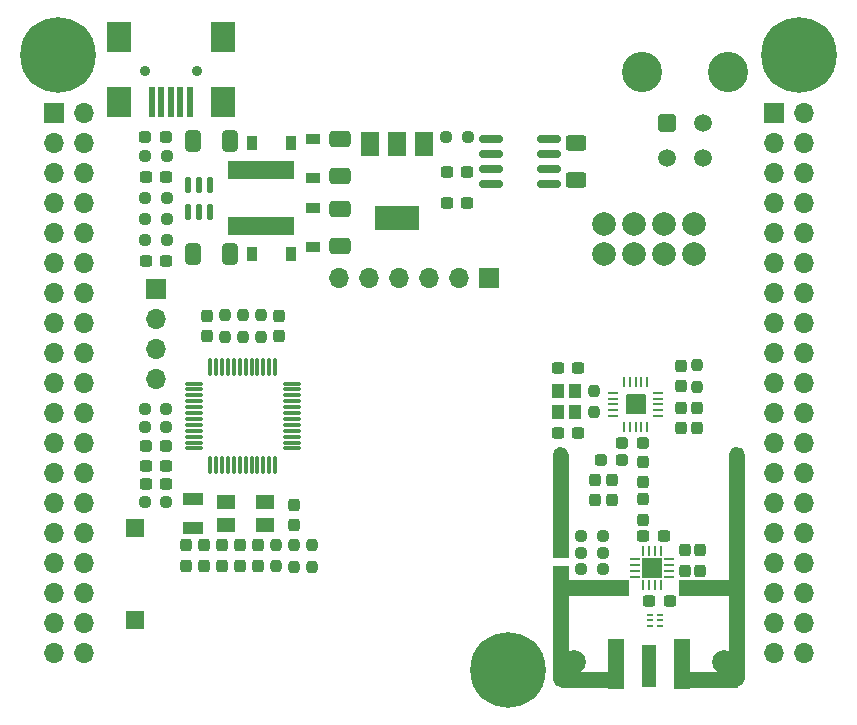
<source format=gts>
%TF.GenerationSoftware,KiCad,Pcbnew,(6.0.1)*%
%TF.CreationDate,2022-04-28T18:35:21+02:00*%
%TF.ProjectId,STM32_NRF24_Tx,53544d33-325f-44e5-9246-32345f54782e,rev?*%
%TF.SameCoordinates,Original*%
%TF.FileFunction,Soldermask,Top*%
%TF.FilePolarity,Negative*%
%FSLAX46Y46*%
G04 Gerber Fmt 4.6, Leading zero omitted, Abs format (unit mm)*
G04 Created by KiCad (PCBNEW (6.0.1)) date 2022-04-28 18:35:21*
%MOMM*%
%LPD*%
G01*
G04 APERTURE LIST*
G04 Aperture macros list*
%AMRoundRect*
0 Rectangle with rounded corners*
0 $1 Rounding radius*
0 $2 $3 $4 $5 $6 $7 $8 $9 X,Y pos of 4 corners*
0 Add a 4 corners polygon primitive as box body*
4,1,4,$2,$3,$4,$5,$6,$7,$8,$9,$2,$3,0*
0 Add four circle primitives for the rounded corners*
1,1,$1+$1,$2,$3*
1,1,$1+$1,$4,$5*
1,1,$1+$1,$6,$7*
1,1,$1+$1,$8,$9*
0 Add four rect primitives between the rounded corners*
20,1,$1+$1,$2,$3,$4,$5,0*
20,1,$1+$1,$4,$5,$6,$7,0*
20,1,$1+$1,$6,$7,$8,$9,0*
20,1,$1+$1,$8,$9,$2,$3,0*%
G04 Aperture macros list end*
%ADD10C,0.010000*%
%ADD11C,0.640000*%
%ADD12C,0.150000*%
%ADD13C,6.400000*%
%ADD14R,1.270000X3.600000*%
%ADD15R,1.350000X4.200000*%
%ADD16RoundRect,0.237500X-0.250000X-0.237500X0.250000X-0.237500X0.250000X0.237500X-0.250000X0.237500X0*%
%ADD17RoundRect,0.237500X0.300000X0.237500X-0.300000X0.237500X-0.300000X-0.237500X0.300000X-0.237500X0*%
%ADD18RoundRect,0.237500X0.237500X-0.300000X0.237500X0.300000X-0.237500X0.300000X-0.237500X-0.300000X0*%
%ADD19RoundRect,0.237500X-0.300000X-0.237500X0.300000X-0.237500X0.300000X0.237500X-0.300000X0.237500X0*%
%ADD20RoundRect,0.250000X-0.650000X0.412500X-0.650000X-0.412500X0.650000X-0.412500X0.650000X0.412500X0*%
%ADD21RoundRect,0.062500X0.162500X0.062500X-0.162500X0.062500X-0.162500X-0.062500X0.162500X-0.062500X0*%
%ADD22RoundRect,0.062500X-0.162500X-0.062500X0.162500X-0.062500X0.162500X0.062500X-0.162500X0.062500X0*%
%ADD23C,2.000000*%
%ADD24RoundRect,0.237500X0.237500X-0.287500X0.237500X0.287500X-0.237500X0.287500X-0.237500X-0.287500X0*%
%ADD25RoundRect,0.237500X0.250000X0.237500X-0.250000X0.237500X-0.250000X-0.237500X0.250000X-0.237500X0*%
%ADD26R,5.700000X1.600000*%
%ADD27RoundRect,0.237500X-0.287500X-0.237500X0.287500X-0.237500X0.287500X0.237500X-0.287500X0.237500X0*%
%ADD28RoundRect,0.250001X-0.499999X-0.499999X0.499999X-0.499999X0.499999X0.499999X-0.499999X0.499999X0*%
%ADD29C,1.500000*%
%ADD30C,3.410000*%
%ADD31R,1.500000X1.500000*%
%ADD32RoundRect,0.237500X-0.237500X0.300000X-0.237500X-0.300000X0.237500X-0.300000X0.237500X0.300000X0*%
%ADD33RoundRect,0.250000X-0.625000X0.400000X-0.625000X-0.400000X0.625000X-0.400000X0.625000X0.400000X0*%
%ADD34RoundRect,0.250000X0.412500X0.650000X-0.412500X0.650000X-0.412500X-0.650000X0.412500X-0.650000X0*%
%ADD35RoundRect,0.237500X-0.237500X0.250000X-0.237500X-0.250000X0.237500X-0.250000X0.237500X0.250000X0*%
%ADD36RoundRect,0.062500X-0.062500X0.350000X-0.062500X-0.350000X0.062500X-0.350000X0.062500X0.350000X0*%
%ADD37RoundRect,0.062500X-0.350000X0.062500X-0.350000X-0.062500X0.350000X-0.062500X0.350000X0.062500X0*%
%ADD38R,1.700000X1.700000*%
%ADD39O,1.700000X1.700000*%
%ADD40R,1.000000X1.150000*%
%ADD41R,1.200000X0.900000*%
%ADD42RoundRect,0.237500X0.237500X-0.250000X0.237500X0.250000X-0.237500X0.250000X-0.237500X-0.250000X0*%
%ADD43R,0.900000X1.200000*%
%ADD44C,0.900000*%
%ADD45R,0.500000X2.500000*%
%ADD46R,2.000000X2.500000*%
%ADD47R,1.500000X2.000000*%
%ADD48R,3.800000X2.000000*%
%ADD49RoundRect,0.075000X0.075000X-0.662500X0.075000X0.662500X-0.075000X0.662500X-0.075000X-0.662500X0*%
%ADD50RoundRect,0.075000X0.662500X-0.075000X0.662500X0.075000X-0.662500X0.075000X-0.662500X-0.075000X0*%
%ADD51RoundRect,0.150000X-0.825000X-0.150000X0.825000X-0.150000X0.825000X0.150000X-0.825000X0.150000X0*%
%ADD52R,1.800000X1.000000*%
%ADD53R,1.600000X1.300000*%
%ADD54RoundRect,0.125000X-0.125000X0.587500X-0.125000X-0.587500X0.125000X-0.587500X0.125000X0.587500X0*%
G04 APERTURE END LIST*
D10*
X150890000Y-96456500D02*
X152160000Y-96456500D01*
X152160000Y-96456500D02*
X152160000Y-87795100D01*
X152160000Y-87795100D02*
X150890000Y-87795100D01*
X150890000Y-87795100D02*
X150890000Y-96456500D01*
G36*
X150890000Y-96456500D02*
G01*
X152160000Y-96456500D01*
X152160000Y-87795100D01*
X150890000Y-87795100D01*
X150890000Y-96456500D01*
G37*
D11*
X166754800Y-87782400D02*
G75*
G03*
X166754800Y-87782400I-320000J0D01*
G01*
D10*
X155512800Y-107467400D02*
X151525000Y-107467400D01*
X151525000Y-107467400D02*
X151525000Y-106197400D01*
X151525000Y-106197400D02*
X155512800Y-106197400D01*
X155512800Y-106197400D02*
X155512800Y-107467400D01*
G36*
X155512800Y-107467400D02*
G01*
X151525000Y-107467400D01*
X151525000Y-106197400D01*
X155512800Y-106197400D01*
X155512800Y-107467400D01*
G37*
X157240000Y-99720400D02*
X152160000Y-99720400D01*
X152160000Y-99720400D02*
X152160000Y-98450400D01*
X152160000Y-98450400D02*
X157240000Y-98450400D01*
X157240000Y-98450400D02*
X157240000Y-99720400D01*
G36*
X157240000Y-99720400D02*
G01*
X152160000Y-99720400D01*
X152160000Y-98450400D01*
X157240000Y-98450400D01*
X157240000Y-99720400D01*
G37*
D12*
X157113000Y-82804000D02*
X158637000Y-82804000D01*
X158637000Y-82804000D02*
X158637000Y-84328000D01*
X158637000Y-84328000D02*
X157113000Y-84328000D01*
X157113000Y-84328000D02*
X157113000Y-82804000D01*
G36*
X157113000Y-82804000D02*
G01*
X158637000Y-82804000D01*
X158637000Y-84328000D01*
X157113000Y-84328000D01*
X157113000Y-82804000D01*
G37*
D10*
X150890000Y-106832400D02*
X152160000Y-106832400D01*
X152160000Y-106832400D02*
X152160000Y-97282000D01*
X152160000Y-97282000D02*
X150890000Y-97282000D01*
X150890000Y-97282000D02*
X150890000Y-106832400D01*
G36*
X150890000Y-106832400D02*
G01*
X152160000Y-106832400D01*
X152160000Y-97282000D01*
X150890000Y-97282000D01*
X150890000Y-106832400D01*
G37*
D11*
X151845000Y-106832400D02*
G75*
G03*
X151845000Y-106832400I-320000J0D01*
G01*
D10*
X165799800Y-106832400D02*
X167069800Y-106832400D01*
X167069800Y-106832400D02*
X167069800Y-87782400D01*
X167069800Y-87782400D02*
X165799800Y-87782400D01*
X165799800Y-87782400D02*
X165799800Y-106832400D01*
G36*
X165799800Y-106832400D02*
G01*
X167069800Y-106832400D01*
X167069800Y-87782400D01*
X165799800Y-87782400D01*
X165799800Y-106832400D01*
G37*
X166434800Y-107467400D02*
X162472400Y-107467400D01*
X162472400Y-107467400D02*
X162472400Y-106197400D01*
X162472400Y-106197400D02*
X166434800Y-106197400D01*
X166434800Y-106197400D02*
X166434800Y-107467400D01*
G36*
X166434800Y-107467400D02*
G01*
X162472400Y-107467400D01*
X162472400Y-106197400D01*
X166434800Y-106197400D01*
X166434800Y-107467400D01*
G37*
D11*
X151845000Y-87807800D02*
G75*
G03*
X151845000Y-87807800I-320000J0D01*
G01*
D10*
X165799800Y-99720400D02*
X161507200Y-99720400D01*
X161507200Y-99720400D02*
X161507200Y-98450400D01*
X161507200Y-98450400D02*
X165799800Y-98450400D01*
X165799800Y-98450400D02*
X165799800Y-99720400D01*
G36*
X165799800Y-99720400D02*
G01*
X161507200Y-99720400D01*
X161507200Y-98450400D01*
X165799800Y-98450400D01*
X165799800Y-99720400D01*
G37*
D11*
X166754800Y-106832400D02*
G75*
G03*
X166754800Y-106832400I-320000J0D01*
G01*
D13*
%TO.C,H3*%
X171718000Y-53975000D03*
%TD*%
%TO.C,H2*%
X147080000Y-106045000D03*
%TD*%
%TO.C,H1*%
X108980000Y-53975000D03*
%TD*%
D14*
%TO.C,J7*%
X159004000Y-105737000D03*
D15*
X161829000Y-105537000D03*
X156179000Y-105537000D03*
%TD*%
D16*
%TO.C,R14*%
X116299000Y-83947000D03*
X118124000Y-83947000D03*
%TD*%
D17*
%TO.C,C23*%
X153022500Y-85979000D03*
X151297500Y-85979000D03*
%TD*%
D18*
%TO.C,C17*%
X124347000Y-97232000D03*
X124347000Y-95507000D03*
%TD*%
D19*
%TO.C,C5*%
X141899500Y-66548000D03*
X143624500Y-66548000D03*
%TD*%
D20*
%TO.C,C8*%
X132856000Y-67017500D03*
X132856000Y-70142500D03*
%TD*%
D21*
%TO.C,FL1*%
X159102000Y-101354000D03*
D22*
X159102000Y-101854000D03*
X159102000Y-102354000D03*
X159922000Y-102354000D03*
X159922000Y-101854000D03*
X159922000Y-101354000D03*
%TD*%
D23*
%TO.C,U1*%
X162814000Y-68326000D03*
X152654000Y-105410000D03*
X165354000Y-105410000D03*
X162814000Y-70866000D03*
X160274000Y-68326000D03*
X160274000Y-70866000D03*
X157734000Y-68326000D03*
X157734000Y-70866000D03*
X155194000Y-68326000D03*
X155194000Y-70866000D03*
%TD*%
D24*
%TO.C,L4*%
X158496000Y-90156000D03*
X158496000Y-88406000D03*
%TD*%
D25*
%TO.C,R3*%
X118148500Y-69659500D03*
X116323500Y-69659500D03*
%TD*%
D17*
%TO.C,C30*%
X160755500Y-100203000D03*
X159030500Y-100203000D03*
%TD*%
D25*
%TO.C,R19*%
X155090500Y-94742000D03*
X153265500Y-94742000D03*
%TD*%
D26*
%TO.C,L1*%
X126126000Y-68453500D03*
X126126000Y-63753500D03*
%TD*%
D19*
%TO.C,C22*%
X151297500Y-80518000D03*
X153022500Y-80518000D03*
%TD*%
D18*
%TO.C,C19*%
X121299000Y-97232000D03*
X121299000Y-95507000D03*
%TD*%
%TO.C,C25*%
X154446000Y-91667500D03*
X154446000Y-89942500D03*
%TD*%
D25*
%TO.C,R13*%
X118124000Y-85471000D03*
X116299000Y-85471000D03*
%TD*%
%TO.C,R6*%
X118148500Y-62547500D03*
X116323500Y-62547500D03*
%TD*%
D27*
%TO.C,L3*%
X154954000Y-88265000D03*
X156704000Y-88265000D03*
%TD*%
D28*
%TO.C,J4*%
X160552000Y-59735000D03*
D29*
X163552000Y-59735000D03*
X160552000Y-62735000D03*
X163552000Y-62735000D03*
D30*
X165702000Y-55415000D03*
X158402000Y-55415000D03*
%TD*%
D19*
%TO.C,C10*%
X116373500Y-71437500D03*
X118098500Y-71437500D03*
%TD*%
D31*
%TO.C,SW1*%
X115482400Y-94017000D03*
X115482400Y-101817000D03*
%TD*%
D18*
%TO.C,C29*%
X162052000Y-97636500D03*
X162052000Y-95911500D03*
%TD*%
%TO.C,C3*%
X161671001Y-85598000D03*
X161671001Y-83873000D03*
%TD*%
D32*
%TO.C,C18*%
X122823000Y-95507000D03*
X122823000Y-97232000D03*
%TD*%
D27*
%TO.C,L2*%
X156732000Y-86868000D03*
X158482000Y-86868000D03*
%TD*%
D33*
%TO.C,R2*%
X152820400Y-61467400D03*
X152820400Y-64567400D03*
%TD*%
D18*
%TO.C,C24*%
X155843000Y-91667500D03*
X155843000Y-89942500D03*
%TD*%
D34*
%TO.C,C12*%
X123497500Y-61277500D03*
X120372500Y-61277500D03*
%TD*%
D25*
%TO.C,R20*%
X155090500Y-97536000D03*
X153265500Y-97536000D03*
%TD*%
%TO.C,R5*%
X118148500Y-67881500D03*
X116323500Y-67881500D03*
%TD*%
D32*
%TO.C,C20*%
X119775000Y-95507000D03*
X119775000Y-97232000D03*
%TD*%
D18*
%TO.C,C4*%
X163068000Y-85598000D03*
X163068000Y-83873000D03*
%TD*%
D35*
%TO.C,R11*%
X130443000Y-95480500D03*
X130443000Y-97305500D03*
%TD*%
D36*
%TO.C,U7*%
X158861000Y-81628500D03*
X158361000Y-81628500D03*
X157861000Y-81628500D03*
X157361000Y-81628500D03*
X156861000Y-81628500D03*
D37*
X155923500Y-82566000D03*
X155923500Y-83066000D03*
X155923500Y-83566000D03*
X155923500Y-84066000D03*
X155923500Y-84566000D03*
D36*
X156861000Y-85503500D03*
X157361000Y-85503500D03*
X157861000Y-85503500D03*
X158361000Y-85503500D03*
X158861000Y-85503500D03*
D37*
X159798500Y-84566000D03*
X159798500Y-84066000D03*
X159798500Y-83566000D03*
X159798500Y-83066000D03*
X159798500Y-82566000D03*
%TD*%
D38*
%TO.C,J1*%
X145429000Y-72898000D03*
D39*
X142889000Y-72898000D03*
X140349000Y-72898000D03*
X137809000Y-72898000D03*
X135269000Y-72898000D03*
X132729000Y-72898000D03*
%TD*%
D18*
%TO.C,C31*%
X163322000Y-97636500D03*
X163322000Y-95911500D03*
%TD*%
D17*
%TO.C,C14*%
X118097500Y-90297000D03*
X116372500Y-90297000D03*
%TD*%
D40*
%TO.C,Y3*%
X151333000Y-82437000D03*
X151333000Y-84187000D03*
X152733000Y-84187000D03*
X152733000Y-82437000D03*
%TD*%
D35*
%TO.C,R9*%
X124601000Y-76012000D03*
X124601000Y-77837000D03*
%TD*%
%TO.C,R18*%
X154319000Y-82399500D03*
X154319000Y-84224500D03*
%TD*%
D41*
%TO.C,D8*%
X130570000Y-66930000D03*
X130570000Y-70230000D03*
%TD*%
D18*
%TO.C,C21*%
X161671001Y-82042000D03*
X161671001Y-80317000D03*
%TD*%
D27*
%TO.C,D7*%
X116390123Y-87122000D03*
X118140123Y-87122000D03*
%TD*%
D19*
%TO.C,C13*%
X116372500Y-88773000D03*
X118097500Y-88773000D03*
%TD*%
D25*
%TO.C,R4*%
X118148500Y-66103500D03*
X116323500Y-66103500D03*
%TD*%
D42*
%TO.C,R10*%
X127395000Y-97282000D03*
X127395000Y-95457000D03*
%TD*%
D20*
%TO.C,C7*%
X132856000Y-61073500D03*
X132856000Y-64198500D03*
%TD*%
D41*
%TO.C,D3*%
X130570000Y-61088000D03*
X130570000Y-64388000D03*
%TD*%
D17*
%TO.C,C11*%
X118098500Y-64325500D03*
X116373500Y-64325500D03*
%TD*%
%TO.C,C6*%
X143624500Y-63881000D03*
X141899500Y-63881000D03*
%TD*%
D43*
%TO.C,D2*%
X128665000Y-70802500D03*
X125365000Y-70802500D03*
%TD*%
D34*
%TO.C,C9*%
X123497500Y-70802500D03*
X120372500Y-70802500D03*
%TD*%
D44*
%TO.C,J5*%
X120705000Y-55372000D03*
X116305000Y-55372000D03*
D45*
X120105000Y-57972000D03*
X119305000Y-57972000D03*
X118505000Y-57972000D03*
X117705000Y-57972000D03*
X116905000Y-57972000D03*
D46*
X122905000Y-57972000D03*
X122905000Y-52472000D03*
X114105000Y-57972000D03*
X114105000Y-52472000D03*
%TD*%
D38*
%TO.C,J6*%
X117235000Y-73787000D03*
D39*
X117235000Y-76327000D03*
X117235000Y-78867000D03*
X117235000Y-81407000D03*
%TD*%
D27*
%TO.C,D4*%
X116361000Y-60896500D03*
X118111000Y-60896500D03*
%TD*%
D47*
%TO.C,U3*%
X139982000Y-61518000D03*
D48*
X137682000Y-67818000D03*
D47*
X137682000Y-61518000D03*
X135382000Y-61518000D03*
%TD*%
D16*
%TO.C,R21*%
X153279500Y-96139000D03*
X155104500Y-96139000D03*
%TD*%
D35*
%TO.C,R8*%
X123077000Y-76012000D03*
X123077000Y-77837000D03*
%TD*%
D36*
%TO.C,U8*%
X160008000Y-95946500D03*
X159508000Y-95946500D03*
X159008000Y-95946500D03*
X158508000Y-95946500D03*
D37*
X157795500Y-96659000D03*
X157795500Y-97159000D03*
X157795500Y-97659000D03*
X157795500Y-98159000D03*
D36*
X158508000Y-98871500D03*
X159008000Y-98871500D03*
X159508000Y-98871500D03*
X160008000Y-98871500D03*
D37*
X160720500Y-98159000D03*
X160720500Y-97659000D03*
X160720500Y-97159000D03*
X160720500Y-96659000D03*
D38*
X159258000Y-97409000D03*
%TD*%
D49*
%TO.C,U5*%
X121851000Y-88707000D03*
X122351000Y-88707000D03*
X122851000Y-88707000D03*
X123351000Y-88707000D03*
X123851000Y-88707000D03*
X124351000Y-88707000D03*
X124851000Y-88707000D03*
X125351000Y-88707000D03*
X125851000Y-88707000D03*
X126351000Y-88707000D03*
X126851000Y-88707000D03*
X127351000Y-88707000D03*
D50*
X128763500Y-87294500D03*
X128763500Y-86794500D03*
X128763500Y-86294500D03*
X128763500Y-85794500D03*
X128763500Y-85294500D03*
X128763500Y-84794500D03*
X128763500Y-84294500D03*
X128763500Y-83794500D03*
X128763500Y-83294500D03*
X128763500Y-82794500D03*
X128763500Y-82294500D03*
X128763500Y-81794500D03*
D49*
X127351000Y-80382000D03*
X126851000Y-80382000D03*
X126351000Y-80382000D03*
X125851000Y-80382000D03*
X125351000Y-80382000D03*
X124851000Y-80382000D03*
X124351000Y-80382000D03*
X123851000Y-80382000D03*
X123351000Y-80382000D03*
X122851000Y-80382000D03*
X122351000Y-80382000D03*
X121851000Y-80382000D03*
D50*
X120438500Y-81794500D03*
X120438500Y-82294500D03*
X120438500Y-82794500D03*
X120438500Y-83294500D03*
X120438500Y-83794500D03*
X120438500Y-84294500D03*
X120438500Y-84794500D03*
X120438500Y-85294500D03*
X120438500Y-85794500D03*
X120438500Y-86294500D03*
X120438500Y-86794500D03*
X120438500Y-87294500D03*
%TD*%
D32*
%TO.C,C15*%
X127649000Y-76062000D03*
X127649000Y-77787000D03*
%TD*%
D51*
%TO.C,U2*%
X145621000Y-61087000D03*
X145621000Y-62357000D03*
X145621000Y-63627000D03*
X145621000Y-64897000D03*
X150571000Y-64897000D03*
X150571000Y-63627000D03*
X150571000Y-62357000D03*
X150571000Y-61087000D03*
%TD*%
D18*
%TO.C,C16*%
X125871000Y-97232000D03*
X125871000Y-95507000D03*
%TD*%
%TO.C,C34*%
X128919000Y-93803000D03*
X128919000Y-92078000D03*
%TD*%
D42*
%TO.C,R17*%
X163068000Y-82092000D03*
X163068000Y-80267000D03*
%TD*%
D32*
%TO.C,C33*%
X121553000Y-76062000D03*
X121553000Y-77787000D03*
%TD*%
D52*
%TO.C,Y2*%
X120410000Y-94063500D03*
X120410000Y-91563500D03*
%TD*%
D42*
%TO.C,R12*%
X128919000Y-97305500D03*
X128919000Y-95480500D03*
%TD*%
D43*
%TO.C,D1*%
X128665000Y-61404500D03*
X125365000Y-61404500D03*
%TD*%
D53*
%TO.C,Y1*%
X126505000Y-91813500D03*
X123205000Y-91813500D03*
X123205000Y-93813500D03*
X126505000Y-93813500D03*
%TD*%
D32*
%TO.C,C26*%
X158496000Y-91593500D03*
X158496000Y-93318500D03*
%TD*%
D25*
%TO.C,R1*%
X143674500Y-60960000D03*
X141849500Y-60960000D03*
%TD*%
D35*
%TO.C,R7*%
X126125000Y-76012000D03*
X126125000Y-77837000D03*
%TD*%
D16*
%TO.C,R15*%
X116322500Y-91821000D03*
X118147500Y-91821000D03*
%TD*%
D17*
%TO.C,C27*%
X160247500Y-94742000D03*
X158522500Y-94742000D03*
%TD*%
D54*
%TO.C,U4*%
X121869000Y-64966000D03*
X120919000Y-64966000D03*
X119969000Y-64966000D03*
X119969000Y-67241000D03*
X120919000Y-67241000D03*
X121869000Y-67241000D03*
%TD*%
D38*
%TO.C,CN7*%
X108587786Y-58886786D03*
D39*
X111127786Y-58886786D03*
X108587786Y-61426786D03*
X111127786Y-61426786D03*
X108587786Y-63966786D03*
X111127786Y-63966786D03*
X108587786Y-66506786D03*
X111127786Y-66506786D03*
X108587786Y-69046786D03*
X111127786Y-69046786D03*
X108587786Y-71586786D03*
X111127786Y-71586786D03*
X108587786Y-74126786D03*
X111127786Y-74126786D03*
X108587786Y-76666786D03*
X111127786Y-76666786D03*
X108587786Y-79206786D03*
X111127786Y-79206786D03*
X108587786Y-81746786D03*
X111127786Y-81746786D03*
X108587786Y-84286786D03*
X111127786Y-84286786D03*
X108587786Y-86826786D03*
X111127786Y-86826786D03*
X108587786Y-89366786D03*
X111127786Y-89366786D03*
X108587786Y-91906786D03*
X111127786Y-91906786D03*
X108587786Y-94446786D03*
X111127786Y-94446786D03*
X108587786Y-96986786D03*
X111127786Y-96986786D03*
X108587786Y-99526786D03*
X111127786Y-99526786D03*
X108587786Y-102066786D03*
X111127786Y-102066786D03*
X108587786Y-104606786D03*
X111127786Y-104606786D03*
%TD*%
D38*
%TO.C,CN10*%
X169547786Y-58886786D03*
D39*
X172087786Y-58886786D03*
X169547786Y-61426786D03*
X172087786Y-61426786D03*
X169547786Y-63966786D03*
X172087786Y-63966786D03*
X169547786Y-66506786D03*
X172087786Y-66506786D03*
X169547786Y-69046786D03*
X172087786Y-69046786D03*
X169547786Y-71586786D03*
X172087786Y-71586786D03*
X169547786Y-74126786D03*
X172087786Y-74126786D03*
X169547786Y-76666786D03*
X172087786Y-76666786D03*
X169547786Y-79206786D03*
X172087786Y-79206786D03*
X169547786Y-81746786D03*
X172087786Y-81746786D03*
X169547786Y-84286786D03*
X172087786Y-84286786D03*
X169547786Y-86826786D03*
X172087786Y-86826786D03*
X169547786Y-89366786D03*
X172087786Y-89366786D03*
X169547786Y-91906786D03*
X172087786Y-91906786D03*
X169547786Y-94446786D03*
X172087786Y-94446786D03*
X169547786Y-96986786D03*
X172087786Y-96986786D03*
X169547786Y-99526786D03*
X172087786Y-99526786D03*
X169547786Y-102066786D03*
X172087786Y-102066786D03*
X169547786Y-104606786D03*
X172087786Y-104606786D03*
%TD*%
M02*

</source>
